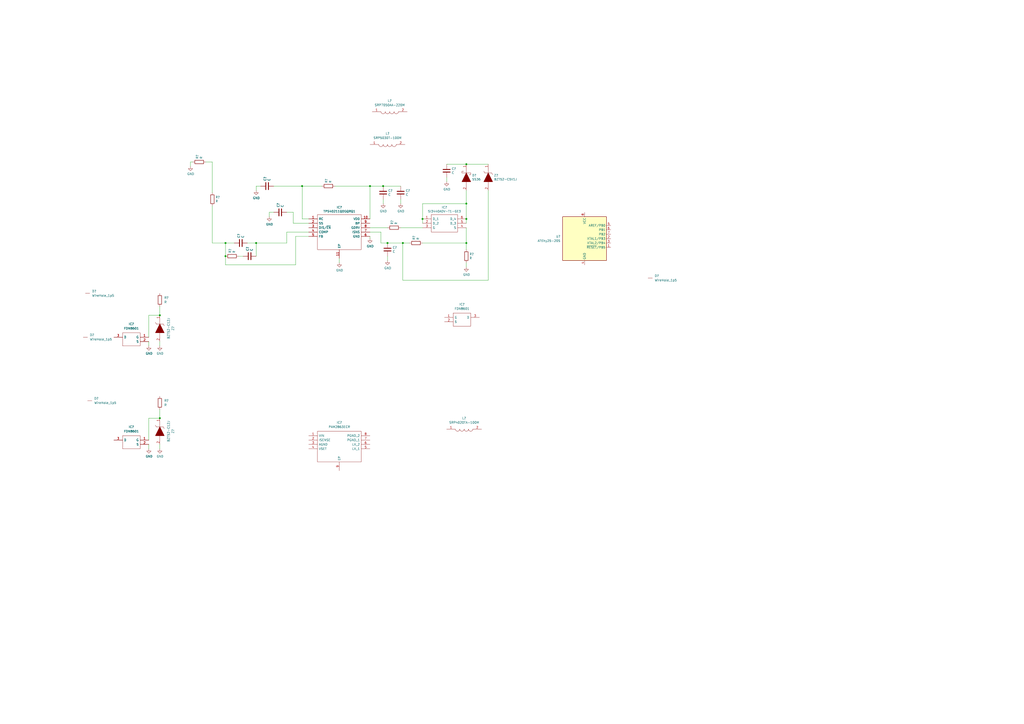
<source format=kicad_sch>
(kicad_sch (version 20211123) (generator eeschema)
  (paper "A2")
  (lib_symbols
    (symbol "BZT52-C12J:BZT52-C12J" (pin_names (offset 0.762))
      (property "Reference" "Z" (at 10.16 8.89 0))
      (property "Value" "BZT52-C12J" (at 10.16 6.35 0))
      (symbol "BZT52-C12J_0_0"
        (pin passive line (at 0 0 0) (length 2.54) (name "~") (number "1"))
        (pin passive line (at 15.24 0 180) (length 2.54) (name "~") (number "2"))
      )
      (symbol "BZT52-C12J_0_1"
        (polyline (pts (xy 2.54 0) (xy 5.08 0)) (stroke (width 0.1524)))
        (polyline (pts (xy 4.064 -2.54) (xy 5.08 -2.032)) (stroke (width 0.1524)))
        (polyline (pts (xy 5.08 2.032) (xy 5.08 -2.032)) (stroke (width 0.1524)))
        (polyline (pts (xy 5.08 2.032) (xy 6.096 2.54)) (stroke (width 0.1524)))
        (polyline (pts (xy 12.7 0) (xy 10.16 0)) (stroke (width 0.1524)))
        (polyline (pts (xy 5.08 0) (xy 10.16 2.54) (xy 10.16 -2.54) (xy 5.08 0)) (stroke (width 0.254)) (fill (type outline)))
      )
    )
    (symbol "Connectors_for_Wire:WireHole_1p5"
      (property "Reference" "D" (at 0 -1.27 0))
      (property "Value" "WireHole_1p5" (at 0 1.27 0))
      (symbol "WireHole_1p5_1_1"
        (pin input line (at -2.54 0 0) (length 2.54) (name "") (number ""))
      )
    )
    (symbol "Device:C" (pin_numbers hide) (pin_names (offset 0.254))
      (property "Reference" "C" (at 0.635 2.54 0))
      (property "Value" "C" (at 0.635 -2.54 0))
      (symbol "C_0_1"
        (polyline (pts (xy -2.032 -0.762) (xy 2.032 -0.762)) (stroke (width 0.508)))
        (polyline (pts (xy -2.032 0.762) (xy 2.032 0.762)) (stroke (width 0.508)))
      )
      (symbol "C_1_1"
        (pin passive line (at 0 3.81 270) (length 2.794) (name "~") (number "1"))
        (pin passive line (at 0 -3.81 90) (length 2.794) (name "~") (number "2"))
      )
    )
    (symbol "Device:R" (pin_numbers hide) (pin_names (offset 0))
      (property "Reference" "R" (at 2.032 0 90))
      (property "Value" "R" (at 0 0 90))
      (symbol "R_0_1"
        (rectangle (start -1.016 -2.54) (end 1.016 2.54) (stroke (width 0.254)))
      )
      (symbol "R_1_1"
        (pin passive line (at 0 3.81 270) (length 1.27) (name "~") (number "1"))
        (pin passive line (at 0 -3.81 90) (length 1.27) (name "~") (number "2"))
      )
    )
    (symbol "FDN8601:FDN8601" (pin_names (offset 0.762))
      (property "Reference" "IC" (at 16.51 7.62 0))
      (property "Value" "FDN8601" (at 16.51 5.08 0))
      (symbol "FDN8601_0_0"
        (pin passive line (at 0 0 0) (length 5.08) (name "G") (number "1"))
        (pin passive line (at 0 -2.54 0) (length 5.08) (name "S") (number "2"))
        (pin passive line (at 20.32 0 180) (length 5.08) (name "D") (number "3"))
      )
      (symbol "FDN8601_0_1"
        (polyline (pts (xy 5.08 2.54) (xy 15.24 2.54) (xy 15.24 -5.08) (xy 5.08 -5.08) (xy 5.08 2.54)) (stroke (width 0.1524)))
      )
    )
    (symbol "MCU_Microchip_ATtiny:ATtiny25-20S"
      (property "Reference" "U" (at -12.7 13.97 0))
      (property "Value" "ATtiny25-20S" (at 2.54 -13.97 0))
      (symbol "ATtiny25-20S_0_1"
        (rectangle (start -12.7 -12.7) (end 12.7 12.7) (stroke (width 0.254)) (fill (type background)))
      )
      (symbol "ATtiny25-20S_1_1"
        (pin bidirectional line (at 15.24 -5.08 180) (length 2.54) (name "~{RESET}/PB5") (number "1"))
        (pin bidirectional line (at 15.24 0 180) (length 2.54) (name "XTAL1/PB3") (number "2"))
        (pin bidirectional line (at 15.24 -2.54 180) (length 2.54) (name "XTAL2/PB4") (number "3"))
        (pin power_in line (at 0 -15.24 90) (length 2.54) (name "GND") (number "4"))
        (pin bidirectional line (at 15.24 7.62 180) (length 2.54) (name "AREF/PB0") (number "5"))
        (pin bidirectional line (at 15.24 5.08 180) (length 2.54) (name "PB1") (number "6"))
        (pin bidirectional line (at 15.24 2.54 180) (length 2.54) (name "PB2") (number "7"))
        (pin power_in line (at 0 15.24 270) (length 2.54) (name "VCC") (number "8"))
      )
    )
    (symbol "Main_PCB_001-rescue:BZT52-C5V1J-BZT52-C5V1J" (pin_names (offset 0.762))
      (property "Reference" "Z" (at 10.16 8.89 0))
      (property "Value" "BZT52-C5V1J-BZT52-C5V1J" (at 10.16 6.35 0))
      (symbol "BZT52-C5V1J-BZT52-C5V1J_0_0"
        (pin passive line (at 0 0 0) (length 2.54) (name "~") (number "1"))
        (pin passive line (at 15.24 0 180) (length 2.54) (name "~") (number "2"))
      )
      (symbol "BZT52-C5V1J-BZT52-C5V1J_0_1"
        (polyline (pts (xy 2.54 0) (xy 5.08 0)) (stroke (width 0.1524)))
        (polyline (pts (xy 4.064 -2.54) (xy 5.08 -2.032)) (stroke (width 0.1524)))
        (polyline (pts (xy 5.08 2.032) (xy 5.08 -2.032)) (stroke (width 0.1524)))
        (polyline (pts (xy 5.08 2.032) (xy 6.096 2.54)) (stroke (width 0.1524)))
        (polyline (pts (xy 12.7 0) (xy 10.16 0)) (stroke (width 0.1524)))
        (polyline (pts (xy 5.08 0) (xy 10.16 2.54) (xy 10.16 -2.54) (xy 5.08 0)) (stroke (width 0.254)) (fill (type outline)))
      )
    )
    (symbol "Main_PCB_001-rescue:TPS40211QDGQRQ1-TPS40211QDGQRQ1" (pin_names (offset 0.762))
      (property "Reference" "IC" (at 31.75 7.62 0))
      (property "Value" "TPS40211QDGQRQ1-TPS40211QDGQRQ1" (at 31.75 5.08 0))
      (symbol "TPS40211QDGQRQ1-TPS40211QDGQRQ1_0_0"
        (pin passive line (at 0 0 0) (length 5.08) (name "RC") (number "1"))
        (pin passive line (at 35.56 0 180) (length 5.08) (name "VDD") (number "10"))
        (pin passive line (at 17.78 -22.86 90) (length 5.08) (name "EP") (number "11"))
        (pin passive line (at 0 -2.54 0) (length 5.08) (name "SS") (number "2"))
        (pin passive line (at 0 -5.08 0) (length 5.08) (name "DIS/~{EN}") (number "3"))
        (pin passive line (at 0 -7.62 0) (length 5.08) (name "COMP") (number "4"))
        (pin passive line (at 0 -10.16 0) (length 5.08) (name "FB") (number "5"))
        (pin passive line (at 35.56 -10.16 180) (length 5.08) (name "GND") (number "6"))
        (pin passive line (at 35.56 -7.62 180) (length 5.08) (name "ISNS") (number "7"))
        (pin passive line (at 35.56 -5.08 180) (length 5.08) (name "GDRV") (number "8"))
        (pin passive line (at 35.56 -2.54 180) (length 5.08) (name "BP") (number "9"))
      )
      (symbol "TPS40211QDGQRQ1-TPS40211QDGQRQ1_0_1"
        (polyline (pts (xy 5.08 2.54) (xy 30.48 2.54) (xy 30.48 -17.78) (xy 5.08 -17.78) (xy 5.08 2.54)) (stroke (width 0.1524)))
      )
    )
    (symbol "PAM2863ECR:PAM2863ECR" (pin_names (offset 0.762))
      (property "Reference" "IC" (at 31.75 7.62 0))
      (property "Value" "PAM2863ECR" (at 31.75 5.08 0))
      (symbol "PAM2863ECR_0_0"
        (pin passive line (at 0 0 0) (length 5.08) (name "VIN") (number "1"))
        (pin passive line (at 0 -2.54 0) (length 5.08) (name "ISENSE") (number "2"))
        (pin passive line (at 0 -5.08 0) (length 5.08) (name "AGND") (number "3"))
        (pin passive line (at 0 -7.62 0) (length 5.08) (name "VSET") (number "4"))
        (pin passive line (at 35.56 -7.62 180) (length 5.08) (name "LX_1") (number "5"))
        (pin passive line (at 35.56 -5.08 180) (length 5.08) (name "LX_2") (number "6"))
        (pin passive line (at 35.56 -2.54 180) (length 5.08) (name "PGND_1") (number "7"))
        (pin passive line (at 35.56 0 180) (length 5.08) (name "PGND_2") (number "8"))
        (pin passive line (at 17.78 -20.32 90) (length 5.08) (name "EP") (number "9"))
      )
      (symbol "PAM2863ECR_0_1"
        (polyline (pts (xy 5.08 2.54) (xy 30.48 2.54) (xy 30.48 -15.24) (xy 5.08 -15.24) (xy 5.08 2.54)) (stroke (width 0.1524)))
      )
    )
    (symbol "SI3440ADV-T1-GE3:SI3440ADV-T1-GE3" (pin_names (offset 0.762))
      (property "Reference" "IC" (at 21.59 7.62 0))
      (property "Value" "SI3440ADV-T1-GE3" (at 21.59 5.08 0))
      (symbol "SI3440ADV-T1-GE3_0_0"
        (pin passive line (at 0 0 0) (length 5.08) (name "D_1") (number "1"))
        (pin passive line (at 0 -2.54 0) (length 5.08) (name "D_2") (number "2"))
        (pin passive line (at 0 -5.08 0) (length 5.08) (name "G") (number "3"))
        (pin passive line (at 25.4 -5.08 180) (length 5.08) (name "S") (number "4"))
        (pin passive line (at 25.4 -2.54 180) (length 5.08) (name "D_3") (number "5"))
        (pin passive line (at 25.4 0 180) (length 5.08) (name "D_4") (number "6"))
      )
      (symbol "SI3440ADV-T1-GE3_0_1"
        (polyline (pts (xy 5.08 2.54) (xy 20.32 2.54) (xy 20.32 -7.62) (xy 5.08 -7.62) (xy 5.08 2.54)) (stroke (width 0.1524)))
      )
    )
    (symbol "SRP4020TA-100M:SRP4020TA-100M" (pin_names (offset 0.762))
      (property "Reference" "L" (at 16.51 6.35 0))
      (property "Value" "SRP4020TA-100M" (at 16.51 3.81 0))
      (symbol "SRP4020TA-100M_0_0"
        (pin passive line (at 0 0 0) (length 5.08) (name "~") (number "1"))
        (pin passive line (at 20.32 0 180) (length 5.08) (name "~") (number "2"))
      )
      (symbol "SRP4020TA-100M_0_1"
        (arc (start 5.08 0) (mid 6.35 -1.3218) (end 7.62 0) (stroke (width 0.1524)))
        (arc (start 7.62 0) (mid 8.89 -1.3218) (end 10.16 0) (stroke (width 0.1524)))
        (arc (start 10.16 0) (mid 11.43 -1.3218) (end 12.7 0) (stroke (width 0.1524)))
        (arc (start 12.7 0) (mid 13.97 -1.3218) (end 15.24 0) (stroke (width 0.1524)))
      )
    )
    (symbol "SRP5030T-100M:SRP5030T-100M" (pin_names (offset 0.762))
      (property "Reference" "L" (at 16.51 6.35 0))
      (property "Value" "SRP5030T-100M" (at 16.51 3.81 0))
      (symbol "SRP5030T-100M_0_0"
        (pin passive line (at 0 0 0) (length 5.08) (name "~") (number "1"))
        (pin passive line (at 20.32 0 180) (length 5.08) (name "~") (number "2"))
      )
      (symbol "SRP5030T-100M_0_1"
        (arc (start 5.08 0) (mid 6.35 -1.3218) (end 7.62 0) (stroke (width 0.1524)))
        (arc (start 7.62 0) (mid 8.89 -1.3218) (end 10.16 0) (stroke (width 0.1524)))
        (arc (start 10.16 0) (mid 11.43 -1.3218) (end 12.7 0) (stroke (width 0.1524)))
        (arc (start 12.7 0) (mid 13.97 -1.3218) (end 15.24 0) (stroke (width 0.1524)))
      )
    )
    (symbol "SRP7050AA-220M:SRP7050AA-220M" (pin_names (offset 0.762))
      (property "Reference" "L" (at 16.51 6.35 0))
      (property "Value" "SRP7050AA-220M" (at 16.51 3.81 0))
      (symbol "SRP7050AA-220M_0_0"
        (pin passive line (at 0 0 0) (length 5.08) (name "~") (number "1"))
        (pin passive line (at 20.32 0 180) (length 5.08) (name "~") (number "2"))
      )
      (symbol "SRP7050AA-220M_0_1"
        (arc (start 5.08 0) (mid 6.35 -1.3218) (end 7.62 0) (stroke (width 0.1524)))
        (arc (start 7.62 0) (mid 8.89 -1.3218) (end 10.16 0) (stroke (width 0.1524)))
        (arc (start 10.16 0) (mid 11.43 -1.3218) (end 12.7 0) (stroke (width 0.1524)))
        (arc (start 12.7 0) (mid 13.97 -1.3218) (end 15.24 0) (stroke (width 0.1524)))
      )
    )
    (symbol "SS36:SS36" (pin_names (offset 0.762))
      (property "Reference" "D" (at 12.7 8.89 0))
      (property "Value" "SS36" (at 12.7 6.35 0))
      (symbol "SS36_0_0"
        (pin passive line (at 2.54 0 0) (length 2.54) (name "~") (number "1"))
        (pin passive line (at 17.78 0 180) (length 2.54) (name "~") (number "2"))
      )
      (symbol "SS36_0_1"
        (polyline (pts (xy 5.08 0) (xy 7.62 0)) (stroke (width 0.1524)))
        (polyline (pts (xy 7.62 2.54) (xy 7.62 -2.54)) (stroke (width 0.1524)))
        (polyline (pts (xy 12.7 0) (xy 15.24 0)) (stroke (width 0.1524)))
        (polyline (pts (xy 7.62 -2.54) (xy 6.604 -2.54) (xy 6.604 -1.524)) (stroke (width 0.1524)))
        (polyline (pts (xy 7.62 2.54) (xy 8.636 2.54) (xy 8.636 1.524)) (stroke (width 0.1524)))
        (polyline (pts (xy 7.62 0) (xy 12.7 2.54) (xy 12.7 -2.54) (xy 7.62 0)) (stroke (width 0.254)) (fill (type outline)))
      )
    )
    (symbol "power:GND" (power) (pin_names (offset 0))
      (property "Value" "GND" (at 0 -3.81 0))
      (symbol "GND_0_1"
        (polyline (pts (xy 0 0) (xy 0 -1.27) (xy 1.27 -1.27) (xy 0 -2.54) (xy -1.27 -1.27) (xy 0 -1.27)))
      )
      (symbol "GND_1_1"
        (pin power_in line (at 0 0 270) (length 0) hide (name "GND") (number "1"))
      )
    )
  )
  (junction (at 245.11 127))
  (junction (at 148.59 140.97))
  (junction (at 214.63 107.95))
  (junction (at 224.79 140.97))
  (junction (at 270.51 140.97))
  (junction (at 222.25 107.95))
  (junction (at 270.51 95.25))
  (junction (at 233.68 140.97))
  (junction (at 130.81 140.97))
  (junction (at 270.51 127))
  (junction (at 92.71 242.57))
  (junction (at 130.81 148.59))
  (junction (at 92.71 182.88))
  (junction (at 175.26 107.95))
  (junction (at 270.51 118.11))
  (wire (pts (xy 130.81 148.59) (xy 130.81 153.67)))
  (wire (pts (xy 270.51 140.97) (xy 270.51 144.78)))
  (wire (pts (xy 158.75 123.19) (xy 156.21 123.19)))
  (wire (pts (xy 92.71 257.81) (xy 92.71 260.35)))
  (wire (pts (xy 92.71 177.8) (xy 92.71 182.88)))
  (wire (pts (xy 196.85 149.86) (xy 196.85 152.4)))
  (wire (pts (xy 220.98 140.97) (xy 224.79 140.97)))
  (wire (pts (xy 233.68 140.97) (xy 233.68 162.56)))
  (wire (pts (xy 270.51 132.08) (xy 270.51 140.97)))
  (wire (pts (xy 224.79 148.59) (xy 224.79 151.13)))
  (wire (pts (xy 170.18 123.19) (xy 170.18 129.54)))
  (wire (pts (xy 158.75 107.95) (xy 175.26 107.95)))
  (wire (pts (xy 92.71 198.12) (xy 92.71 200.66)))
  (wire (pts (xy 86.36 182.88) (xy 92.71 182.88)))
  (wire (pts (xy 123.19 119.38) (xy 123.19 140.97)))
  (wire (pts (xy 86.36 198.12) (xy 86.36 200.66)))
  (wire (pts (xy 170.18 129.54) (xy 179.07 129.54)))
  (wire (pts (xy 175.26 127) (xy 179.07 127)))
  (wire (pts (xy 186.69 107.95) (xy 175.26 107.95)))
  (wire (pts (xy 86.36 195.58) (xy 86.36 182.88)))
  (wire (pts (xy 130.81 140.97) (xy 130.81 148.59)))
  (wire (pts (xy 166.37 140.97) (xy 148.59 140.97)))
  (wire (pts (xy 179.07 134.62) (xy 166.37 134.62)))
  (wire (pts (xy 119.38 93.98) (xy 123.19 93.98)))
  (wire (pts (xy 283.21 95.25) (xy 270.51 95.25)))
  (wire (pts (xy 237.49 140.97) (xy 233.68 140.97)))
  (wire (pts (xy 166.37 123.19) (xy 170.18 123.19)))
  (wire (pts (xy 214.63 132.08) (xy 224.79 132.08)))
  (wire (pts (xy 220.98 134.62) (xy 220.98 140.97)))
  (wire (pts (xy 245.11 118.11) (xy 270.51 118.11)))
  (wire (pts (xy 270.51 152.4) (xy 270.51 154.94)))
  (wire (pts (xy 245.11 129.54) (xy 245.11 127)))
  (wire (pts (xy 194.31 107.95) (xy 214.63 107.95)))
  (wire (pts (xy 232.41 107.95) (xy 222.25 107.95)))
  (wire (pts (xy 245.11 127) (xy 245.11 118.11)))
  (wire (pts (xy 86.36 255.27) (xy 86.36 242.57)))
  (wire (pts (xy 151.13 107.95) (xy 148.59 107.95)))
  (wire (pts (xy 214.63 137.16) (xy 214.63 138.43)))
  (wire (pts (xy 171.45 153.67) (xy 171.45 137.16)))
  (wire (pts (xy 140.97 148.59) (xy 138.43 148.59)))
  (wire (pts (xy 245.11 140.97) (xy 270.51 140.97)))
  (wire (pts (xy 148.59 148.59) (xy 148.59 140.97)))
  (wire (pts (xy 270.51 118.11) (xy 270.51 127)))
  (wire (pts (xy 222.25 115.57) (xy 222.25 118.11)))
  (wire (pts (xy 214.63 134.62) (xy 220.98 134.62)))
  (wire (pts (xy 270.51 118.11) (xy 270.51 110.49)))
  (wire (pts (xy 123.19 140.97) (xy 130.81 140.97)))
  (wire (pts (xy 259.08 95.25) (xy 270.51 95.25)))
  (wire (pts (xy 166.37 134.62) (xy 166.37 140.97)))
  (wire (pts (xy 175.26 107.95) (xy 175.26 127)))
  (wire (pts (xy 148.59 107.95) (xy 148.59 110.49)))
  (wire (pts (xy 110.49 93.98) (xy 110.49 96.52)))
  (wire (pts (xy 171.45 137.16) (xy 179.07 137.16)))
  (wire (pts (xy 156.21 123.19) (xy 156.21 125.73)))
  (wire (pts (xy 148.59 140.97) (xy 143.51 140.97)))
  (wire (pts (xy 232.41 115.57) (xy 232.41 118.11)))
  (wire (pts (xy 270.51 129.54) (xy 270.51 127)))
  (wire (pts (xy 245.11 132.08) (xy 232.41 132.08)))
  (wire (pts (xy 86.36 257.81) (xy 86.36 260.35)))
  (wire (pts (xy 111.76 93.98) (xy 110.49 93.98)))
  (wire (pts (xy 259.08 102.87) (xy 259.08 105.41)))
  (wire (pts (xy 233.68 162.56) (xy 283.21 162.56)))
  (wire (pts (xy 86.36 242.57) (xy 92.71 242.57)))
  (wire (pts (xy 283.21 162.56) (xy 283.21 110.49)))
  (wire (pts (xy 233.68 140.97) (xy 224.79 140.97)))
  (wire (pts (xy 123.19 93.98) (xy 123.19 111.76)))
  (wire (pts (xy 130.81 153.67) (xy 171.45 153.67)))
  (wire (pts (xy 135.89 140.97) (xy 130.81 140.97)))
  (wire (pts (xy 92.71 237.49) (xy 92.71 242.57)))
  (wire (pts (xy 214.63 127) (xy 214.63 107.95)))
  (wire (pts (xy 214.63 107.95) (xy 222.25 107.95)))
  (symbol (lib_id "Main_PCB_001-rescue:TPS40211QDGQRQ1-TPS40211QDGQRQ1") (at 179.07 127 0) (unit 1)
    (property "Reference" "IC?" (at 196.85 120.269 0))
    (property "Value" "TPS40211QDGQRQ1" (at 196.85 122.5804 0))
    (property "Footprint" "SOP50P490X110-11N" (effects hide))
    (property "Datasheet" "http://www.ti.com/lit/gpn/tps40211-q1" (effects hide))
    (property "Description" "4.5V to 52V Wide Input range current mode boost controller with 260 mV reference voltage" (effects hide))
    (property "Height" "1.1" (effects hide))
    (property "Manufacturer_Name" "Texas Instruments" (effects hide))
    (property "Manufacturer_Part_Number" "TPS40211QDGQRQ1" (effects hide))
    (property "Mouser Part Number" "595-TPS40211QDGQRQ1" (effects hide))
    (property "Mouser Price/Stock" "https://www.mouser.co.uk/ProductDetail/Texas-Instruments/TPS40211QDGQRQ1?qs=XGzIaZb%2FFYKjJ5OLwHPUhQ%3D%3D" (effects hide))
    (property "Arrow Part Number" "TPS40211QDGQRQ1" (effects hide))
    (property "Arrow Price/Stock" "https://www.arrow.com/en/products/tps40211qdgqrq1/texas-instruments?region=nac" (effects hide))
  )
  (symbol (lib_id "Device:R") (at 123.19 115.57 0) (unit 1)
    (property "Reference" "R?" (at 124.968 114.4016 0) (effects (justify left)))
    (property "Value" "R" (at 124.968 116.713 0) (effects (justify left)))
  )
  (symbol (lib_id "Device:R") (at 115.57 93.98 90) (unit 1)
    (property "Reference" "R?" (at 114.4016 92.202 0) (effects (justify left)))
    (property "Value" "R" (at 116.713 92.202 0) (effects (justify left)))
  )
  (symbol (lib_id "Device:R") (at 228.6 132.08 90) (unit 1)
    (property "Reference" "R?" (at 227.4316 130.302 0) (effects (justify left)))
    (property "Value" "R" (at 229.743 130.302 0) (effects (justify left)))
  )
  (symbol (lib_id "Device:R") (at 241.3 140.97 90) (unit 1)
    (property "Reference" "R?" (at 240.1316 139.192 0) (effects (justify left)))
    (property "Value" "R" (at 242.443 139.192 0) (effects (justify left)))
  )
  (symbol (lib_id "Device:R") (at 190.5 107.95 90) (unit 1)
    (property "Reference" "R?" (at 189.3316 106.172 0) (effects (justify left)))
    (property "Value" "R" (at 191.643 106.172 0) (effects (justify left)))
  )
  (symbol (lib_id "Device:R") (at 270.51 148.59 0) (unit 1)
    (property "Reference" "R?" (at 272.288 147.4216 0) (effects (justify left)))
    (property "Value" "R" (at 272.288 149.733 0) (effects (justify left)))
  )
  (symbol (lib_id "Device:C") (at 144.78 148.59 90) (unit 1)
    (property "Reference" "C?" (at 143.6116 145.669 0) (effects (justify left)))
    (property "Value" "C" (at 145.923 145.669 0) (effects (justify left)))
  )
  (symbol (lib_id "Device:R") (at 134.62 148.59 90) (unit 1)
    (property "Reference" "R?" (at 133.4516 146.812 0) (effects (justify left)))
    (property "Value" "R" (at 135.763 146.812 0) (effects (justify left)))
  )
  (symbol (lib_id "Device:C") (at 154.94 107.95 90) (unit 1)
    (property "Reference" "C?" (at 153.7716 105.029 0) (effects (justify left)))
    (property "Value" "C" (at 156.083 105.029 0) (effects (justify left)))
  )
  (symbol (lib_id "Device:C") (at 222.25 111.76 0) (unit 1)
    (property "Reference" "C?" (at 225.171 110.5916 0) (effects (justify left)))
    (property "Value" "C" (at 225.171 112.903 0) (effects (justify left)))
  )
  (symbol (lib_id "Device:C") (at 232.41 111.76 0) (unit 1)
    (property "Reference" "C?" (at 235.331 110.5916 0) (effects (justify left)))
    (property "Value" "C" (at 235.331 112.903 0) (effects (justify left)))
  )
  (symbol (lib_id "Device:C") (at 139.7 140.97 90) (unit 1)
    (property "Reference" "C?" (at 138.5316 138.049 0) (effects (justify left)))
    (property "Value" "C" (at 140.843 138.049 0) (effects (justify left)))
  )
  (symbol (lib_id "Device:C") (at 162.56 123.19 90) (unit 1)
    (property "Reference" "C?" (at 161.3916 120.269 0) (effects (justify left)))
    (property "Value" "C" (at 163.703 120.269 0) (effects (justify left)))
  )
  (symbol (lib_id "Device:C") (at 259.08 99.06 0) (unit 1)
    (property "Reference" "C?" (at 262.001 97.8916 0) (effects (justify left)))
    (property "Value" "C" (at 262.001 100.203 0) (effects (justify left)))
  )
  (symbol (lib_id "Device:C") (at 224.79 144.78 0) (unit 1)
    (property "Reference" "C?" (at 227.711 143.6116 0) (effects (justify left)))
    (property "Value" "C" (at 227.711 145.923 0) (effects (justify left)))
  )
  (symbol (lib_id "power:GND") (at 232.41 118.11 0) (unit 1)
    (property "Reference" "#PWR?" (effects hide))
    (property "Value" "GND" (at 232.537 122.5042 0))
  )
  (symbol (lib_id "power:GND") (at 222.25 118.11 0) (unit 1)
    (property "Reference" "#PWR?" (effects hide))
    (property "Value" "GND" (at 222.377 122.5042 0))
  )
  (symbol (lib_id "power:GND") (at 214.63 138.43 0) (unit 1)
    (property "Reference" "#PWR?" (effects hide))
    (property "Value" "GND" (at 214.757 142.8242 0))
  )
  (symbol (lib_id "power:GND") (at 196.85 152.4 0) (unit 1)
    (property "Reference" "#PWR?" (effects hide))
    (property "Value" "GND" (at 196.977 156.7942 0))
  )
  (symbol (lib_id "power:GND") (at 270.51 154.94 0) (unit 1)
    (property "Reference" "#PWR?" (effects hide))
    (property "Value" "GND" (at 270.637 159.3342 0))
  )
  (symbol (lib_id "power:GND") (at 259.08 105.41 0) (unit 1)
    (property "Reference" "#PWR?" (effects hide))
    (property "Value" "GND" (at 259.207 109.8042 0))
  )
  (symbol (lib_id "power:GND") (at 110.49 96.52 0) (unit 1)
    (property "Reference" "#PWR?" (effects hide))
    (property "Value" "GND" (at 110.617 100.9142 0))
  )
  (symbol (lib_id "power:GND") (at 148.59 110.49 0) (unit 1)
    (property "Reference" "#PWR?" (effects hide))
    (property "Value" "GND" (at 148.717 114.8842 0))
  )
  (symbol (lib_id "power:GND") (at 156.21 125.73 0) (unit 1)
    (property "Reference" "#PWR?" (effects hide))
    (property "Value" "GND" (at 156.337 130.1242 0))
  )
  (symbol (lib_id "power:GND") (at 224.79 151.13 0) (unit 1)
    (property "Reference" "#PWR?" (effects hide))
    (property "Value" "GND" (at 224.917 155.5242 0))
  )
  (symbol (lib_id "SS36:SS36") (at 270.51 92.71 270) (unit 1)
    (property "Reference" "D?" (at 273.812 101.7016 90) (effects (justify left)))
    (property "Value" "SS36" (at 273.812 104.013 90) (effects (justify left)))
    (property "Footprint" "DIOM7959X262N" (effects hide))
    (property "Datasheet" "https://docs.rs-online.com/a290/0900766b8002669b.pdf" (effects hide))
    (property "Description" "Rectifier Diode, Schottky, 60 Volt, DO-214AB / SMC" (effects hide))
    (property "Height" "2.62" (effects hide))
    (property "Manufacturer_Name" "Vishay" (effects hide))
    (property "Manufacturer_Part_Number" "SS36" (effects hide))
  )
  (symbol (lib_id "SI3440ADV-T1-GE3:SI3440ADV-T1-GE3") (at 245.11 127 0) (unit 1)
    (property "Reference" "IC?" (at 257.81 120.269 0))
    (property "Value" "SI3440ADV-T1-GE3" (at 257.81 122.5804 0))
    (property "Footprint" "SOT95P284X110-6N" (effects hide))
    (property "Datasheet" "https://eu.mouser.com/datasheet/2/427/si3440adv-1766662.pdf" (effects hide))
    (property "Description" "MOSFET 150V Vds 20V Vgs TSOP-6" (effects hide))
    (property "Height" "1.1" (effects hide))
    (property "Manufacturer_Name" "Vishay" (effects hide))
    (property "Manufacturer_Part_Number" "SI3440ADV-T1-GE3" (effects hide))
    (property "Mouser Part Number" "78-SI3440ADV-T1-GE3" (effects hide))
    (property "Mouser Price/Stock" "https://www.mouser.co.uk/ProductDetail/Vishay-Semiconductors/SI3440ADV-T1-GE3?qs=MLItCLRbWszROruTqjp9nA%3D%3D" (effects hide))
    (property "Arrow Part Number" "SI3440ADV-T1-GE3" (effects hide))
    (property "Arrow Price/Stock" "https://www.arrow.com/en/products/si3440adv-t1-ge3/vishay?region=nac" (effects hide))
  )
  (symbol (lib_id "Main_PCB_001-rescue:BZT52-C5V1J-BZT52-C5V1J") (at 283.21 95.25 270) (unit 1)
    (property "Reference" "Z?" (at 286.512 101.7016 90) (effects (justify left)))
    (property "Value" "BZT52-C5V1J" (at 286.512 104.013 90) (effects (justify left)))
    (property "Footprint" "SOD3616X130N" (effects hide))
    (property "Datasheet" "https://assets.nexperia.com/documents/data-sheet/BZT52_SER.pdf" (effects hide))
    (property "Description" "Zener Diodes BZT52-C5V1/SOD123 SOD2" (effects hide))
    (property "Height" "1.3" (effects hide))
    (property "Manufacturer_Name" "Nexperia" (effects hide))
    (property "Manufacturer_Part_Number" "BZT52-C5V1J" (effects hide))
    (property "Mouser Part Number" "N/A" (effects hide))
    (property "Mouser Price/Stock" "https://www.mouser.com/Search/Refine.aspx?Keyword=N%2FA" (effects hide))
    (property "Arrow Part Number" "BZT52-C5V1J" (effects hide))
    (property "Arrow Price/Stock" "https://www.arrow.com/en/products/bzt52-c5v1j/nexperia" (effects hide))
  )
  (symbol (lib_id "SRP7050AA-220M:SRP7050AA-220M") (at 215.9 64.77 0) (unit 1)
    (property "Reference" "L?" (at 226.06 58.42 0))
    (property "Value" "SRP7050AA-220M" (at 226.06 60.96 0))
    (property "Footprint" "INDPM7366X500N" (effects hide))
    (property "Datasheet" "https://www.bourns.com/docs/Product-Datasheets/SRP7050AA.pdf" (effects hide))
    (property "Description" "Shielded Power Inductor 22uH" (effects hide))
    (property "Height" "5" (effects hide))
    (property "Manufacturer_Name" "Bourns" (effects hide))
    (property "Manufacturer_Part_Number" "SRP7050AA-220M" (effects hide))
    (property "Mouser Part Number" "652-SRP7050AA-220M" (effects hide))
    (property "Mouser Price/Stock" "https://www.mouser.co.uk/ProductDetail/Bourns/SRP7050AA-220M?qs=CiayqK2gdcLzSCtuPAylpQ%3D%3D" (effects hide))
  )
  (symbol (lib_id "Device:R") (at 92.71 233.68 0) (unit 1)
    (property "Reference" "R?" (at 95.25 232.4099 0) (effects (justify left)))
    (property "Value" "R" (at 95.25 234.9499 0) (effects (justify left)))
  )
  (symbol (lib_id "PAM2863ECR:PAM2863ECR") (at 179.07 252.73 0) (unit 1)
    (property "Reference" "IC?" (at 196.85 245.11 0))
    (property "Value" "PAM2863ECR" (at 196.85 247.65 0))
    (property "Footprint" "SOIC127P600X175-9N" (effects hide))
    (property "Datasheet" "https://componentsearchengine.com/Datasheets/1/PAM2863ECR.pdf" (effects hide))
    (property "Description" "Step-down LED Driver 1MHz 40V 2A SOP-8EP DiodesZetex PAM2863ECR LED Driver IC, 4.5  40 V dc 2A 8-Pin SOP" (effects hide))
    (property "Height" "1.75" (effects hide))
    (property "Manufacturer_Name" "Diodes Inc." (effects hide))
    (property "Manufacturer_Part_Number" "PAM2863ECR" (effects hide))
    (property "Mouser Part Number" "621-PAM2863ECR" (effects hide))
    (property "Mouser Price/Stock" "https://www.mouser.co.uk/ProductDetail/Diodes-Incorporated/PAM2863ECR?qs=pYVYkI7xuRXLW6Fe66wa3w%3D%3D" (effects hide))
    (property "Arrow Part Number" "PAM2863ECR" (effects hide))
    (property "Arrow Price/Stock" "https://www.arrow.com/en/products/pam2863ecr/diodes-incorporated" (effects hide))
  )
  (symbol (lib_id "FDN8601:FDN8601") (at 86.36 255.27 0) (mirror y) (unit 1)
    (property "Reference" "IC?" (at 76.2 247.65 0))
    (property "Value" "FDN8601" (at 76.2 250.19 0))
    (property "Footprint" "SOT95P251X112-3N" (effects hide))
    (property "Datasheet" "https://www.onsemi.com/pub/Collateral/FDN8601-D.pdf" (effects hide))
    (property "Description" "FDN8601, N-channel MOSFET Transistor, 2.7 A 100 V, 3-Pin SuperSOT3" (effects hide))
    (property "Height" "1.12" (effects hide))
    (property "Manufacturer_Name" "ON Semiconductor" (effects hide))
    (property "Manufacturer_Part_Number" "FDN8601" (effects hide))
    (property "Mouser Part Number" "512-FDN8601" (effects hide))
    (property "Mouser Price/Stock" "https://www.mouser.co.uk/ProductDetail/ON-Semiconductor-Fairchild/FDN8601?qs=GCVmsggAYMQxsrEidktdfA%3D%3D" (effects hide))
    (property "Arrow Part Number" "FDN8601" (effects hide))
    (property "Arrow Price/Stock" "https://www.arrow.com/en/products/fdn8601/on-semiconductor" (effects hide))
  )
  (symbol (lib_id "Connectors_for_Wire:WireHole_1p5") (at 52.07 170.18 0) (unit 1)
    (property "Reference" "D?" (at 53.34 168.9099 0) (effects (justify left)))
    (property "Value" "WireHole_1p5" (at 53.34 171.4499 0) (effects (justify left)))
  )
  (symbol (lib_id "FDN8601:FDN8601") (at 86.36 195.58 0) (mirror y) (unit 1)
    (property "Reference" "IC?" (at 76.2 187.96 0))
    (property "Value" "FDN8601" (at 76.2 190.5 0))
    (property "Footprint" "SOT95P251X112-3N" (effects hide))
    (property "Datasheet" "https://www.onsemi.com/pub/Collateral/FDN8601-D.pdf" (effects hide))
    (property "Description" "FDN8601, N-channel MOSFET Transistor, 2.7 A 100 V, 3-Pin SuperSOT3" (effects hide))
    (property "Height" "1.12" (effects hide))
    (property "Manufacturer_Name" "ON Semiconductor" (effects hide))
    (property "Manufacturer_Part_Number" "FDN8601" (effects hide))
    (property "Mouser Part Number" "512-FDN8601" (effects hide))
    (property "Mouser Price/Stock" "https://www.mouser.co.uk/ProductDetail/ON-Semiconductor-Fairchild/FDN8601?qs=GCVmsggAYMQxsrEidktdfA%3D%3D" (effects hide))
    (property "Arrow Part Number" "FDN8601" (effects hide))
    (property "Arrow Price/Stock" "https://www.arrow.com/en/products/fdn8601/on-semiconductor" (effects hide))
  )
  (symbol (lib_id "Connectors_for_Wire:WireHole_1p5") (at 53.34 232.41 0) (unit 1)
    (property "Reference" "D?" (at 54.61 231.1399 0) (effects (justify left)))
    (property "Value" "WireHole_1p5" (at 54.61 233.6799 0) (effects (justify left)))
  )
  (symbol (lib_id "Connectors_for_Wire:WireHole_1p5") (at 378.46 161.29 0) (unit 1)
    (property "Reference" "D?" (at 379.73 160.0199 0) (effects (justify left)))
    (property "Value" "WireHole_1p5" (at 379.73 162.5599 0) (effects (justify left)))
  )
  (symbol (lib_id "FDN8601:FDN8601") (at 257.81 184.15 0) (unit 1)
    (property "Reference" "IC?" (at 267.97 176.53 0))
    (property "Value" "FDN8601" (at 267.97 179.07 0))
    (property "Footprint" "SOT95P251X112-3N" (effects hide))
    (property "Datasheet" "https://www.onsemi.com/pub/Collateral/FDN8601-D.pdf" (effects hide))
    (property "Description" "FDN8601, N-channel MOSFET Transistor, 2.7 A 100 V, 3-Pin SuperSOT3" (effects hide))
    (property "Height" "1.12" (effects hide))
    (property "Manufacturer_Name" "ON Semiconductor" (effects hide))
    (property "Manufacturer_Part_Number" "FDN8601" (effects hide))
    (property "Mouser Part Number" "512-FDN8601" (effects hide))
    (property "Mouser Price/Stock" "https://www.mouser.co.uk/ProductDetail/ON-Semiconductor-Fairchild/FDN8601?qs=GCVmsggAYMQxsrEidktdfA%3D%3D" (effects hide))
    (property "Arrow Part Number" "FDN8601" (effects hide))
    (property "Arrow Price/Stock" "https://www.arrow.com/en/products/fdn8601/on-semiconductor" (effects hide))
  )
  (symbol (lib_id "BZT52-C12J:BZT52-C12J") (at 92.71 242.57 270) (unit 1)
    (property "Reference" "Z?" (at 100.33 250.19 0))
    (property "Value" "BZT52-C12J" (at 97.79 250.19 0))
    (property "Footprint" "BZT52C12J" (effects hide))
    (property "Datasheet" "https://assets.nexperia.com/documents/data-sheet/BZT52_SER.pdf" (effects hide))
    (property "Description" "Zener Diodes BZT52-C12/SOD123/SOD2" (effects hide))
    (property "Height" "1.3" (effects hide))
    (property "Manufacturer_Name" "Nexperia" (effects hide))
    (property "Manufacturer_Part_Number" "BZT52-C12J" (effects hide))
    (property "Mouser Part Number" "N/A" (effects hide))
    (property "Mouser Price/Stock" "https://www.mouser.com/Search/Refine.aspx?Keyword=N%2FA" (effects hide))
    (property "Arrow Part Number" "BZT52-C12J" (effects hide))
    (property "Arrow Price/Stock" "https://www.arrow.com/en/products/bzt52-c12j/nexperia" (effects hide))
  )
  (symbol (lib_id "power:GND") (at 92.71 200.66 0) (unit 1)
    (property "Reference" "#PWR?" (effects hide))
    (property "Value" "GND" (at 92.837 205.0542 0))
  )
  (symbol (lib_id "Device:R") (at 92.71 173.99 0) (unit 1)
    (property "Reference" "R?" (at 95.25 172.7199 0) (effects (justify left)))
    (property "Value" "R" (at 95.25 175.2599 0) (effects (justify left)))
  )
  (symbol (lib_id "power:GND") (at 86.36 200.66 0) (unit 1)
    (property "Reference" "#PWR?" (effects hide))
    (property "Value" "GND" (at 86.487 205.0542 0))
  )
  (symbol (lib_id "MCU_Microchip_ATtiny:ATtiny25-20S") (at 339.09 138.43 0) (unit 1)
    (property "Reference" "U?" (at 325.12 137.1599 0) (effects (justify right)))
    (property "Value" "ATtiny25-20S" (at 325.12 139.6999 0) (effects (justify right)))
    (property "Footprint" "Package_SO:SOIC-8W_5.3x5.3mm_P1.27mm" (effects hide))
    (property "Datasheet" "http://ww1.microchip.com/downloads/en/DeviceDoc/atmel-2586-avr-8-bit-microcontroller-attiny25-attiny45-attiny85_datasheet.pdf" (effects hide))
  )
  (symbol (lib_id "SRP4020TA-100M:SRP4020TA-100M") (at 259.08 248.92 0) (unit 1)
    (property "Reference" "L?" (at 269.24 242.57 0))
    (property "Value" "SRP4020TA-100M" (at 269.24 245.11 0))
    (property "Footprint" "INDPM4441X200N" (effects hide))
    (property "Datasheet" "http://www.bourns.com/docs/Product-Datasheets/SRP4020TA.pdf" (effects hide))
    (property "Description" "Bourns SRP4020TA Series Shielded Wire-wound SMD Inductor with a Carbonyl Powder Core, 10 uH +/-20% 1.8A Idc" (effects hide))
    (property "Height" "2" (effects hide))
    (property "Manufacturer_Name" "Bourns" (effects hide))
    (property "Manufacturer_Part_Number" "SRP4020TA-100M" (effects hide))
    (property "Mouser Part Number" "652-SRP4020TA-100M" (effects hide))
    (property "Mouser Price/Stock" "https://www.mouser.co.uk/ProductDetail/Bourns/SRP4020TA-100M?qs=Ph8%2FHnX6CQx3wposaLflWQ%3D%3D" (effects hide))
    (property "Arrow Part Number" "SRP4020TA-100M" (effects hide))
    (property "Arrow Price/Stock" "https://www.arrow.com/en/products/srp4020ta-100m/bourns?region=nac" (effects hide))
  )
  (symbol (lib_id "power:GND") (at 86.36 260.35 0) (unit 1)
    (property "Reference" "#PWR?" (effects hide))
    (property "Value" "GND" (at 86.487 264.7442 0))
  )
  (symbol (lib_id "BZT52-C12J:BZT52-C12J") (at 92.71 182.88 270) (unit 1)
    (property "Reference" "Z?" (at 100.33 190.5 0))
    (property "Value" "BZT52-C12J" (at 97.79 190.5 0))
    (property "Footprint" "BZT52C12J" (effects hide))
    (property "Datasheet" "https://assets.nexperia.com/documents/data-sheet/BZT52_SER.pdf" (effects hide))
    (property "Description" "Zener Diodes BZT52-C12/SOD123/SOD2" (effects hide))
    (property "Height" "1.3" (effects hide))
    (property "Manufacturer_Name" "Nexperia" (effects hide))
    (property "Manufacturer_Part_Number" "BZT52-C12J" (effects hide))
    (property "Mouser Part Number" "N/A" (effects hide))
    (property "Mouser Price/Stock" "https://www.mouser.com/Search/Refine.aspx?Keyword=N%2FA" (effects hide))
    (property "Arrow Part Number" "BZT52-C12J" (effects hide))
    (property "Arrow Price/Stock" "https://www.arrow.com/en/products/bzt52-c12j/nexperia" (effects hide))
  )
  (symbol (lib_id "SRP5030T-100M:SRP5030T-100M") (at 214.63 83.82 0) (unit 1)
    (property "Reference" "L?" (at 224.79 77.47 0))
    (property "Value" "SRP5030T-100M" (at 224.79 80.01 0))
    (property "Footprint" "INDPM5752X300N" (effects hide))
    (property "Datasheet" "https://componentsearchengine.com/Datasheets/2/SRP5030T-100M.pdf" (effects hide))
    (property "Description" "Bourns SRP5030T Series Shielded Wire-wound SMD Inductor with a Iron Core, 10 uH +/-20% 2.75A Idc" (effects hide))
    (property "Height" "3" (effects hide))
    (property "Manufacturer_Name" "Bourns" (effects hide))
    (property "Manufacturer_Part_Number" "SRP5030T-100M" (effects hide))
    (property "Mouser Part Number" "652-SRP5030T-100M" (effects hide))
    (property "Mouser Price/Stock" "https://www.mouser.co.uk/ProductDetail/Bourns/SRP5030T-100M?qs=Zq5ylnUbLm5GUjmD8oSVdQ%3D%3D" (effects hide))
    (property "Arrow Part Number" "SRP5030T-100M" (effects hide))
    (property "Arrow Price/Stock" "https://www.arrow.com/en/products/srp5030t-100m/bourns?region=nac" (effects hide))
  )
  (symbol (lib_id "power:GND") (at 92.71 260.35 0) (unit 1)
    (property "Reference" "#PWR?" (effects hide))
    (property "Value" "GND" (at 92.837 264.7442 0))
  )
  (symbol (lib_id "Connectors_for_Wire:WireHole_1p5") (at 50.8 195.58 0) (unit 1)
    (property "Reference" "D?" (at 52.07 194.3099 0) (effects (justify left)))
    (property "Value" "WireHole_1p5" (at 52.07 196.8499 0) (effects (justify left)))
  )
)
</source>
